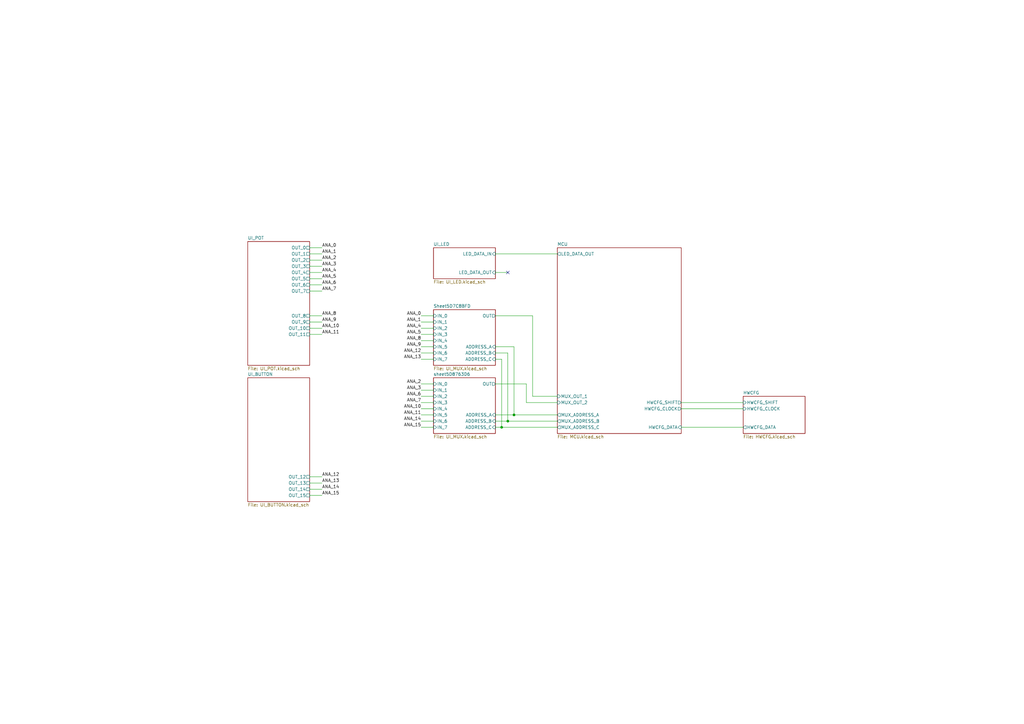
<source format=kicad_sch>
(kicad_sch (version 20211123) (generator eeschema)
  (paper "A3")
  (lib_symbols)
  (junction (at 208.28 172.72))
  (junction (at 205.74 175.26))
  (junction (at 210.82 170.18))
  (no_connect (at 208.28 111.76))
  (wire (pts (xy 210.82 170.18) (xy 228.6 170.18)))
  (wire (pts (xy 177.8 147.32) (xy 172.72 147.32)))
  (wire (pts (xy 279.4 165.1) (xy 304.8 165.1)))
  (wire (pts (xy 127 101.6) (xy 132.08 101.6)))
  (wire (pts (xy 203.2 111.76) (xy 208.28 111.76)))
  (wire (pts (xy 210.82 142.24) (xy 210.82 170.18)))
  (wire (pts (xy 228.6 104.14) (xy 203.2 104.14)))
  (wire (pts (xy 228.6 165.1) (xy 215.9 165.1)))
  (wire (pts (xy 132.08 200.66) (xy 127 200.66)))
  (wire (pts (xy 177.8 142.24) (xy 172.72 142.24)))
  (wire (pts (xy 177.8 175.26) (xy 172.72 175.26)))
  (wire (pts (xy 127 119.38) (xy 132.08 119.38)))
  (wire (pts (xy 132.08 129.54) (xy 127 129.54)))
  (wire (pts (xy 218.44 129.54) (xy 203.2 129.54)))
  (wire (pts (xy 203.2 144.78) (xy 208.28 144.78)))
  (wire (pts (xy 208.28 172.72) (xy 203.2 172.72)))
  (wire (pts (xy 177.8 162.56) (xy 172.72 162.56)))
  (wire (pts (xy 127 109.22) (xy 132.08 109.22)))
  (wire (pts (xy 127 203.2) (xy 132.08 203.2)))
  (wire (pts (xy 177.8 137.16) (xy 172.72 137.16)))
  (wire (pts (xy 203.2 175.26) (xy 205.74 175.26)))
  (wire (pts (xy 127 198.12) (xy 132.08 198.12)))
  (wire (pts (xy 177.8 160.02) (xy 172.72 160.02)))
  (wire (pts (xy 279.4 175.26) (xy 304.8 175.26)))
  (wire (pts (xy 228.6 172.72) (xy 208.28 172.72)))
  (wire (pts (xy 132.08 106.68) (xy 127 106.68)))
  (wire (pts (xy 177.8 170.18) (xy 172.72 170.18)))
  (wire (pts (xy 218.44 162.56) (xy 218.44 129.54)))
  (wire (pts (xy 205.74 175.26) (xy 228.6 175.26)))
  (wire (pts (xy 127 104.14) (xy 132.08 104.14)))
  (wire (pts (xy 132.08 111.76) (xy 127 111.76)))
  (wire (pts (xy 177.8 132.08) (xy 172.72 132.08)))
  (wire (pts (xy 177.8 167.64) (xy 172.72 167.64)))
  (wire (pts (xy 279.4 167.64) (xy 304.8 167.64)))
  (wire (pts (xy 215.9 165.1) (xy 215.9 157.48)))
  (wire (pts (xy 177.8 139.7) (xy 172.72 139.7)))
  (wire (pts (xy 177.8 157.48) (xy 172.72 157.48)))
  (wire (pts (xy 203.2 170.18) (xy 210.82 170.18)))
  (wire (pts (xy 228.6 162.56) (xy 218.44 162.56)))
  (wire (pts (xy 132.08 195.58) (xy 127 195.58)))
  (wire (pts (xy 208.28 144.78) (xy 208.28 172.72)))
  (wire (pts (xy 132.08 134.62) (xy 127 134.62)))
  (wire (pts (xy 205.74 147.32) (xy 205.74 175.26)))
  (wire (pts (xy 177.8 134.62) (xy 172.72 134.62)))
  (wire (pts (xy 127 132.08) (xy 132.08 132.08)))
  (wire (pts (xy 215.9 157.48) (xy 203.2 157.48)))
  (wire (pts (xy 177.8 172.72) (xy 172.72 172.72)))
  (wire (pts (xy 127 137.16) (xy 132.08 137.16)))
  (wire (pts (xy 203.2 142.24) (xy 210.82 142.24)))
  (wire (pts (xy 177.8 129.54) (xy 172.72 129.54)))
  (wire (pts (xy 127 114.3) (xy 132.08 114.3)))
  (wire (pts (xy 177.8 165.1) (xy 172.72 165.1)))
  (wire (pts (xy 177.8 144.78) (xy 172.72 144.78)))
  (wire (pts (xy 132.08 116.84) (xy 127 116.84)))
  (wire (pts (xy 203.2 147.32) (xy 205.74 147.32)))
  (label "ANA_12" (at 132.08 195.58 0))
  (label "ANA_6" (at 132.08 116.84 0))
  (label "ANA_6" (at 172.72 162.56 180))
  (label "ANA_15" (at 172.72 175.26 180))
  (label "ANA_9" (at 172.72 142.24 180))
  (label "ANA_4" (at 132.08 111.76 0))
  (label "ANA_14" (at 172.72 172.72 180))
  (label "ANA_10" (at 172.72 167.64 180))
  (label "ANA_4" (at 172.72 134.62 180))
  (label "ANA_5" (at 172.72 137.16 180))
  (label "ANA_1" (at 172.72 132.08 180))
  (label "ANA_11" (at 172.72 170.18 180))
  (label "ANA_5" (at 132.08 114.3 0))
  (label "ANA_13" (at 172.72 147.32 180))
  (label "ANA_11" (at 132.08 137.16 0))
  (label "ANA_9" (at 132.08 132.08 0))
  (label "ANA_7" (at 172.72 165.1 180))
  (label "ANA_2" (at 172.72 157.48 180))
  (label "ANA_14" (at 132.08 200.66 0))
  (label "ANA_3" (at 132.08 109.22 0))
  (label "ANA_10" (at 132.08 134.62 0))
  (label "ANA_12" (at 172.72 144.78 180))
  (label "ANA_8" (at 172.72 139.7 180))
  (label "ANA_2" (at 132.08 106.68 0))
  (label "ANA_0" (at 172.72 129.54 180))
  (label "ANA_8" (at 132.08 129.54 0))
  (label "ANA_0" (at 132.08 101.6 0))
  (label "ANA_7" (at 132.08 119.38 0))
  (label "ANA_3" (at 172.72 160.02 180))
  (label "ANA_13" (at 132.08 198.12 0))
  (label "ANA_1" (at 132.08 104.14 0))
  (label "ANA_15" (at 132.08 203.2 0))
  (sheet (at 177.8 101.6) (size 25.4 12.7)
    (property "Sheet name" "UI_LED" (at 177.8 100.8884 0) (effects (justify left bottom)))
    (property "Sheet file" "UI_LED.kicad_sch" (at 177.8 114.8846 0) (effects (justify left top)))
    (pin "LED_DATA_IN" input (at 203.2 104.14 0))
    (pin "LED_DATA_OUT" input (at 203.2 111.76 0))
  )
  (sheet (at 101.6 99.06) (size 25.4 50.8)
    (property "Sheet name" "UI_POT" (at 101.6 98.3484 0) (effects (justify left bottom)))
    (property "Sheet file" "UI_POT.kicad_sch" (at 101.6 150.4446 0) (effects (justify left top)))
    (pin "OUT_0" passive (at 127 101.6 0))
    (pin "OUT_1" passive (at 127 104.14 0))
    (pin "OUT_2" passive (at 127 106.68 0))
    (pin "OUT_3" passive (at 127 109.22 0))
    (pin "OUT_4" passive (at 127 111.76 0))
    (pin "OUT_5" passive (at 127 114.3 0))
    (pin "OUT_6" passive (at 127 116.84 0))
    (pin "OUT_7" passive (at 127 119.38 0))
    (pin "OUT_8" passive (at 127 129.54 0))
    (pin "OUT_9" passive (at 127 132.08 0))
    (pin "OUT_10" passive (at 127 134.62 0))
    (pin "OUT_11" passive (at 127 137.16 0))
  )
  (sheet (at 101.6 154.94) (size 25.4 50.8)
    (property "Sheet name" "UI_BUTTON" (at 101.6 154.2284 0) (effects (justify left bottom)))
    (property "Sheet file" "UI_BUTTON.kicad_sch" (at 101.6 206.3246 0) (effects (justify left top)))
    (pin "OUT_12" passive (at 127 195.58 0))
    (pin "OUT_13" passive (at 127 198.12 0))
    (pin "OUT_14" passive (at 127 200.66 0))
    (pin "OUT_15" passive (at 127 203.2 0))
  )
  (sheet (at 228.6 101.6) (size 50.8 76.2)
    (property "Sheet name" "MCU" (at 228.6 100.8884 0) (effects (justify left bottom)))
    (property "Sheet file" "MCU.kicad_sch" (at 228.6 178.3846 0) (effects (justify left top)))
    (pin "MUX_ADDRESS_A" output (at 228.6 170.18 180))
    (pin "MUX_ADDRESS_B" output (at 228.6 172.72 180))
    (pin "MUX_ADDRESS_C" output (at 228.6 175.26 180))
    (pin "MUX_OUT_1" input (at 228.6 162.56 180))
    (pin "MUX_OUT_2" input (at 228.6 165.1 180))
    (pin "LED_DATA_OUT" output (at 228.6 104.14 180))
    (pin "HWCFG_DATA" input (at 279.4 175.26 0))
    (pin "HWCFG_CLOCK" output (at 279.4 167.64 0))
    (pin "HWCFG_SHIFT" output (at 279.4 165.1 0))
  )
  (sheet (at 177.8 127) (size 25.4 22.86)
    (property "Sheet name" "Sheet5D7C8BFD" (at 177.8 126.2884 0) (effects (justify left bottom)))
    (property "Sheet file" "UI_MUX.kicad_sch" (at 177.8 150.4446 0) (effects (justify left top)))
    (pin "OUT" output (at 203.2 129.54 0))
    (pin "IN_0" input (at 177.8 129.54 180))
    (pin "IN_1" input (at 177.8 132.08 180))
    (pin "IN_2" input (at 177.8 134.62 180))
    (pin "IN_3" input (at 177.8 137.16 180))
    (pin "IN_4" input (at 177.8 139.7 180))
    (pin "IN_5" input (at 177.8 142.24 180))
    (pin "IN_6" input (at 177.8 144.78 180))
    (pin "IN_7" input (at 177.8 147.32 180))
    (pin "ADDRESS_C" input (at 203.2 147.32 0))
    (pin "ADDRESS_B" input (at 203.2 144.78 0))
    (pin "ADDRESS_A" input (at 203.2 142.24 0))
  )
  (sheet (at 177.8 154.94) (size 25.4 22.86)
    (property "Sheet name" "sheet5D8763D6" (at 177.8 154.2284 0) (effects (justify left bottom)))
    (property "Sheet file" "UI_MUX.kicad_sch" (at 177.8 178.3846 0) (effects (justify left top)))
    (pin "IN_0" input (at 177.8 157.48 180))
    (pin "IN_1" input (at 177.8 160.02 180))
    (pin "IN_2" input (at 177.8 162.56 180))
    (pin "IN_3" input (at 177.8 165.1 180))
    (pin "IN_4" input (at 177.8 167.64 180))
    (pin "IN_5" input (at 177.8 170.18 180))
    (pin "IN_6" input (at 177.8 172.72 180))
    (pin "IN_7" input (at 177.8 175.26 180))
    (pin "OUT" output (at 203.2 157.48 0))
    (pin "ADDRESS_C" input (at 203.2 175.26 0))
    (pin "ADDRESS_B" input (at 203.2 172.72 0))
    (pin "ADDRESS_A" input (at 203.2 170.18 0))
  )
  (sheet (at 304.8 162.56) (size 25.4 15.24)
    (property "Sheet name" "HWCFG" (at 304.8 161.8484 0) (effects (justify left bottom)))
    (property "Sheet file" "HWCFG.kicad_sch" (at 304.8 178.3846 0) (effects (justify left top)))
    (pin "HWCFG_DATA" output (at 304.8 175.26 180))
    (pin "HWCFG_CLOCK" input (at 304.8 167.64 180))
    (pin "HWCFG_SHIFT" input (at 304.8 165.1 180))
  )
)
</source>
